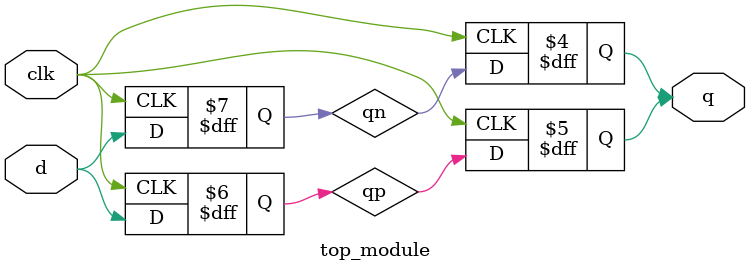
<source format=sv>
module top_module(
	input clk,
	input d,
	output reg q);
	
	reg qp;
	reg qn;
	
	always @(posedge clk) begin
		qp <= d;
		qn <= d;
	end
	
	always @(posedge clk) begin
		q <= qp;
	end
	
	always @(negedge clk) begin
		q <= qn;
	end
	
endmodule

</source>
